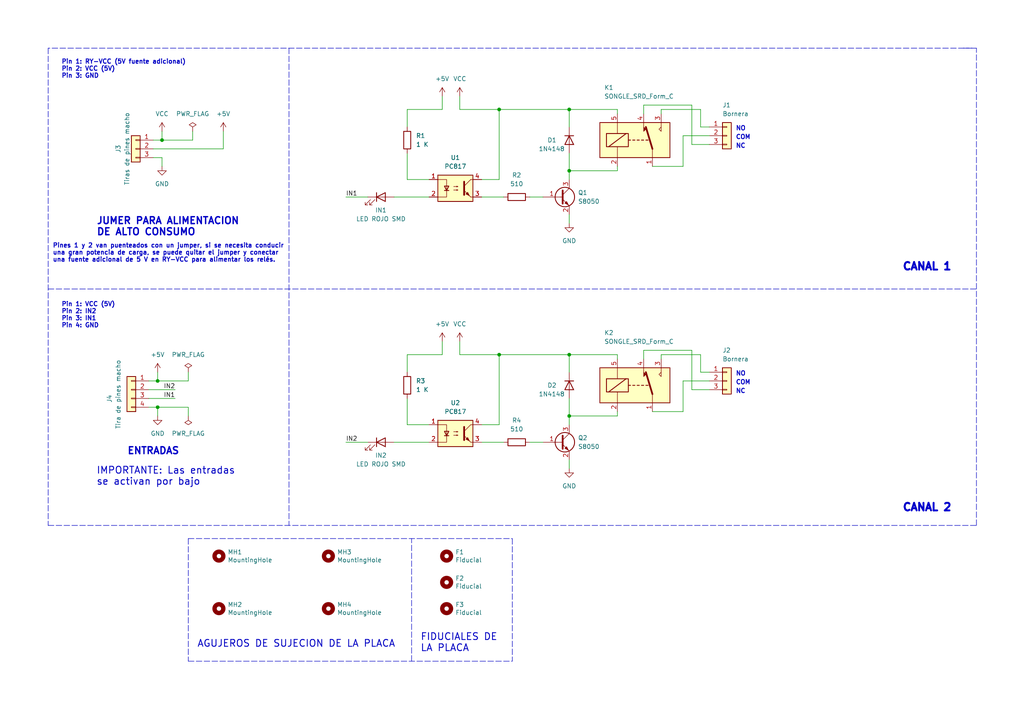
<source format=kicad_sch>
(kicad_sch (version 20211123) (generator eeschema)
  (paper "A4")
  (title_block (title "Replica de módulo de relay de 2 canales") (date "2022-07-26") (company "Diseño de Circuitos Impresos - Ing. Héctor RIZO") (comment 1 "Licencia: CERN OHL V1.0"))
  (lib_symbols
    (symbol "Connector_Generic:Conn_01x03" (pin_names (offset 1.016) hide)
      (property "Reference" "J" (at 0 5.08 0))
      (property "Value" "Conn_01x03" (at 0 -5.08 0))
      (symbol "Conn_01x03_1_1"
        (rectangle (start -1.27 -2.413) (end 0 -2.667) (stroke (width 0.1524)))
        (rectangle (start -1.27 0.127) (end 0 -0.127) (stroke (width 0.1524)))
        (rectangle (start -1.27 2.667) (end 0 2.413) (stroke (width 0.1524)))
        (rectangle (start -1.27 3.81) (end 1.27 -3.81) (stroke (width 0.254)) (fill (type background)))
        (pin passive line (at -5.08 2.54 0) (length 3.81) (name "Pin_1") (number "1"))
        (pin passive line (at -5.08 0 0) (length 3.81) (name "Pin_2") (number "2"))
        (pin passive line (at -5.08 -2.54 0) (length 3.81) (name "Pin_3") (number "3"))
      )
    )
    (symbol "Connector_Generic:Conn_01x04" (pin_names (offset 1.016) hide)
      (property "Reference" "J" (at 0 5.08 0))
      (property "Value" "Conn_01x04" (at 0 -7.62 0))
      (symbol "Conn_01x04_1_1"
        (rectangle (start -1.27 -4.953) (end 0 -5.207) (stroke (width 0.1524)))
        (rectangle (start -1.27 -2.413) (end 0 -2.667) (stroke (width 0.1524)))
        (rectangle (start -1.27 0.127) (end 0 -0.127) (stroke (width 0.1524)))
        (rectangle (start -1.27 2.667) (end 0 2.413) (stroke (width 0.1524)))
        (rectangle (start -1.27 3.81) (end 1.27 -6.35) (stroke (width 0.254)) (fill (type background)))
        (pin passive line (at -5.08 2.54 0) (length 3.81) (name "Pin_1") (number "1"))
        (pin passive line (at -5.08 0 0) (length 3.81) (name "Pin_2") (number "2"))
        (pin passive line (at -5.08 -2.54 0) (length 3.81) (name "Pin_3") (number "3"))
        (pin passive line (at -5.08 -5.08 0) (length 3.81) (name "Pin_4") (number "4"))
      )
    )
    (symbol "Device:D" (pin_numbers hide) (pin_names (offset 1.016) hide)
      (property "Reference" "D" (at 0 2.54 0))
      (property "Value" "D" (at 0 -2.54 0))
      (symbol "D_0_1"
        (polyline (pts (xy -1.27 1.27) (xy -1.27 -1.27)) (stroke (width 0.254)))
        (polyline (pts (xy 1.27 0) (xy -1.27 0)))
        (polyline (pts (xy 1.27 1.27) (xy 1.27 -1.27) (xy -1.27 0) (xy 1.27 1.27)) (stroke (width 0.254)))
      )
      (symbol "D_1_1"
        (pin passive line (at -3.81 0 0) (length 2.54) (name "K") (number "1"))
        (pin passive line (at 3.81 0 180) (length 2.54) (name "A") (number "2"))
      )
    )
    (symbol "Device:LED" (pin_numbers hide) (pin_names (offset 1.016) hide)
      (property "Reference" "D" (at 0 2.54 0))
      (property "Value" "LED" (at 0 -2.54 0))
      (symbol "LED_0_1"
        (polyline (pts (xy -1.27 -1.27) (xy -1.27 1.27)) (stroke (width 0.254)))
        (polyline (pts (xy -1.27 0) (xy 1.27 0)))
        (polyline (pts (xy 1.27 -1.27) (xy 1.27 1.27) (xy -1.27 0) (xy 1.27 -1.27)) (stroke (width 0.254)))
        (polyline (pts (xy -3.048 -0.762) (xy -4.572 -2.286) (xy -3.81 -2.286) (xy -4.572 -2.286) (xy -4.572 -1.524)))
        (polyline (pts (xy -1.778 -0.762) (xy -3.302 -2.286) (xy -2.54 -2.286) (xy -3.302 -2.286) (xy -3.302 -1.524)))
      )
      (symbol "LED_1_1"
        (pin passive line (at -3.81 0 0) (length 2.54) (name "K") (number "1"))
        (pin passive line (at 3.81 0 180) (length 2.54) (name "A") (number "2"))
      )
    )
    (symbol "Device:R" (pin_numbers hide) (pin_names (offset 0))
      (property "Reference" "R" (at 2.032 0 90))
      (property "Value" "R" (at 0 0 90))
      (symbol "R_0_1"
        (rectangle (start -1.016 -2.54) (end 1.016 2.54) (stroke (width 0.254)))
      )
      (symbol "R_1_1"
        (pin passive line (at 0 3.81 270) (length 1.27) (name "~") (number "1"))
        (pin passive line (at 0 -3.81 90) (length 1.27) (name "~") (number "2"))
      )
    )
    (symbol "Isolator:PC817" (pin_names (offset 1.016))
      (property "Reference" "U" (at -5.08 5.08 0))
      (property "Value" "PC817" (at 0 5.08 0))
      (symbol "PC817_0_1"
        (rectangle (start -5.08 3.81) (end 5.08 -3.81) (stroke (width 0.254)) (fill (type background)))
        (polyline (pts (xy -3.175 -0.635) (xy -1.905 -0.635)) (stroke (width 0.254)))
        (polyline (pts (xy 2.54 0.635) (xy 4.445 2.54)))
        (polyline (pts (xy 4.445 -2.54) (xy 2.54 -0.635)) (fill (type outline)))
        (polyline (pts (xy 4.445 -2.54) (xy 5.08 -2.54)))
        (polyline (pts (xy 4.445 2.54) (xy 5.08 2.54)))
        (polyline (pts (xy -5.08 2.54) (xy -2.54 2.54) (xy -2.54 -0.635)))
        (polyline (pts (xy -2.54 -0.635) (xy -2.54 -2.54) (xy -5.08 -2.54)))
        (polyline (pts (xy 2.54 1.905) (xy 2.54 -1.905) (xy 2.54 -1.905)) (stroke (width 0.508)))
        (polyline (pts (xy -2.54 -0.635) (xy -3.175 0.635) (xy -1.905 0.635) (xy -2.54 -0.635)) (stroke (width 0.254)))
        (polyline (pts (xy -0.508 -0.508) (xy 0.762 -0.508) (xy 0.381 -0.635) (xy 0.381 -0.381) (xy 0.762 -0.508)))
        (polyline (pts (xy -0.508 0.508) (xy 0.762 0.508) (xy 0.381 0.381) (xy 0.381 0.635) (xy 0.762 0.508)))
        (polyline (pts (xy 3.048 -1.651) (xy 3.556 -1.143) (xy 4.064 -2.159) (xy 3.048 -1.651) (xy 3.048 -1.651)) (fill (type outline)))
      )
      (symbol "PC817_1_1"
        (pin passive line (at -7.62 2.54 0) (length 2.54) (name "~") (number "1"))
        (pin passive line (at -7.62 -2.54 0) (length 2.54) (name "~") (number "2"))
        (pin passive line (at 7.62 -2.54 180) (length 2.54) (name "~") (number "3"))
        (pin passive line (at 7.62 2.54 180) (length 2.54) (name "~") (number "4"))
      )
    )
    (symbol "Mechanical:MountingHole" (pin_names (offset 1.016))
      (property "Reference" "H" (at 0 5.08 0))
      (property "Value" "MountingHole" (at 0 3.175 0))
      (symbol "MountingHole_0_1"
        (circle (center 0 0) (radius 1.27) (stroke (width 1.27)))
      )
    )
    (symbol "Relay:SANYOU_SRD_Form_C"
      (property "Reference" "K" (at 11.43 3.81 0))
      (property "Value" "SANYOU_SRD_Form_C" (at 11.43 1.27 0))
      (symbol "SANYOU_SRD_Form_C_0_0"
        (polyline (pts (xy 7.62 5.08) (xy 7.62 2.54) (xy 6.985 3.175) (xy 7.62 3.81)))
      )
      (symbol "SANYOU_SRD_Form_C_0_1"
        (rectangle (start -10.16 5.08) (end 10.16 -5.08) (stroke (width 0.254)) (fill (type background)))
        (rectangle (start -8.255 1.905) (end -1.905 -1.905) (stroke (width 0.254)))
        (polyline (pts (xy -7.62 -1.905) (xy -2.54 1.905)) (stroke (width 0.254)))
        (polyline (pts (xy -5.08 -5.08) (xy -5.08 -1.905)))
        (polyline (pts (xy -5.08 5.08) (xy -5.08 1.905)))
        (polyline (pts (xy -1.905 0) (xy -1.27 0)) (stroke (width 0.254)))
        (polyline (pts (xy -0.635 0) (xy 0 0)) (stroke (width 0.254)))
        (polyline (pts (xy 0.635 0) (xy 1.27 0)) (stroke (width 0.254)))
        (polyline (pts (xy 1.905 0) (xy 2.54 0)) (stroke (width 0.254)))
        (polyline (pts (xy 3.175 0) (xy 3.81 0)) (stroke (width 0.254)))
        (polyline (pts (xy 5.08 -2.54) (xy 3.175 3.81)) (stroke (width 0.508)))
        (polyline (pts (xy 5.08 -2.54) (xy 5.08 -5.08)))
      )
      (symbol "SANYOU_SRD_Form_C_1_1"
        (polyline (pts (xy 2.54 3.81) (xy 3.175 3.175) (xy 2.54 2.54) (xy 2.54 5.08)) (fill (type outline)))
        (pin passive line (at 5.08 -7.62 90) (length 2.54) (name "~") (number "1"))
        (pin passive line (at -5.08 -7.62 90) (length 2.54) (name "~") (number "2"))
        (pin passive line (at 7.62 7.62 270) (length 2.54) (name "~") (number "3"))
        (pin passive line (at 2.54 7.62 270) (length 2.54) (name "~") (number "4"))
        (pin passive line (at -5.08 7.62 270) (length 2.54) (name "~") (number "5"))
      )
    )
    (symbol "S8050:S8050" (pin_names (offset 0) hide)
      (property "Reference" "Q" (at 5.08 1.905 0))
      (property "Value" "S8050" (at 5.08 0 0))
      (symbol "S8050_0_1"
        (polyline (pts (xy 0 0) (xy 0.635 0)))
        (polyline (pts (xy 0.635 0.635) (xy 2.54 2.54)))
        (polyline (pts (xy 0.635 -0.635) (xy 2.54 -2.54) (xy 2.54 -2.54)))
        (polyline (pts (xy 0.635 1.905) (xy 0.635 -1.905) (xy 0.635 -1.905)) (stroke (width 0.508)))
        (polyline (pts (xy 1.27 -1.778) (xy 1.778 -1.27) (xy 2.286 -2.286) (xy 1.27 -1.778) (xy 1.27 -1.778)) (fill (type outline)))
        (circle (center 1.27 0) (radius 2.8194) (stroke (width 0.254)))
      )
      (symbol "S8050_1_1"
        (pin input line (at -5.08 0 0) (length 5.08) (name "B") (number "1"))
        (pin passive line (at 2.54 -5.08 90) (length 2.54) (name "E") (number "2"))
        (pin passive line (at 2.54 5.08 270) (length 2.54) (name "C") (number "3"))
      )
    )
    (symbol "power:+5V" (power) (pin_names (offset 0))
      (property "Value" "+5V" (at 0 3.556 0))
      (symbol "+5V_0_1"
        (polyline (pts (xy -0.762 1.27) (xy 0 2.54)))
        (polyline (pts (xy 0 0) (xy 0 2.54)))
        (polyline (pts (xy 0 2.54) (xy 0.762 1.27)))
      )
      (symbol "+5V_1_1"
        (pin power_in line (at 0 0 90) (length 0) hide (name "+5V") (number "1"))
      )
    )
    (symbol "power:GND" (power) (pin_names (offset 0))
      (property "Value" "GND" (at 0 -3.81 0))
      (symbol "GND_0_1"
        (polyline (pts (xy 0 0) (xy 0 -1.27) (xy 1.27 -1.27) (xy 0 -2.54) (xy -1.27 -1.27) (xy 0 -1.27)))
      )
      (symbol "GND_1_1"
        (pin power_in line (at 0 0 270) (length 0) hide (name "GND") (number "1"))
      )
    )
    (symbol "power:PWR_FLAG" (power) (pin_numbers hide) (pin_names (offset 0) hide)
      (property "Value" "PWR_FLAG" (at 0 3.81 0))
      (symbol "PWR_FLAG_0_0"
        (pin power_out line (at 0 0 90) (length 0) (name "pwr") (number "1"))
      )
      (symbol "PWR_FLAG_0_1"
        (polyline (pts (xy 0 0) (xy 0 1.27) (xy -1.016 1.905) (xy 0 2.54) (xy 1.016 1.905) (xy 0 1.27)))
      )
    )
    (symbol "power:VCC" (power) (pin_names (offset 0))
      (property "Value" "VCC" (at 0 3.81 0))
      (symbol "VCC_0_1"
        (polyline (pts (xy -0.762 1.27) (xy 0 2.54)))
        (polyline (pts (xy 0 0) (xy 0 2.54)))
        (polyline (pts (xy 0 2.54) (xy 0.762 1.27)))
      )
      (symbol "VCC_1_1"
        (pin power_in line (at 0 0 90) (length 0) hide (name "VCC") (number "1"))
      )
    )
  )
  (junction (at 165.1 31.75))
  (junction (at 165.1 102.87))
  (junction (at 165.1 49.53))
  (junction (at 45.72 118.11))
  (junction (at 165.1 120.65))
  (junction (at 144.78 102.87))
  (junction (at 45.72 110.49))
  (junction (at 46.99 40.64))
  (junction (at 144.78 31.75))
  (wire (pts (xy 186.69 33.02) (xy 186.69 30.48)))
  (wire (pts (xy 139.7 128.27) (xy 146.05 128.27)))
  (wire (pts (xy 46.99 38.1) (xy 46.99 40.64)))
  (wire (pts (xy 153.67 57.15) (xy 157.48 57.15)))
  (wire (pts (xy 54.61 118.11) (xy 45.72 118.11)))
  (wire (pts (xy 165.1 115.57) (xy 165.1 120.65)))
  (wire (pts (xy 165.1 44.45) (xy 165.1 49.53)))
  (wire (pts (xy 43.18 115.57) (xy 50.8 115.57)))
  (polyline (pts (xy 279.4 13.97) (xy 283.21 13.97)))
  (wire (pts (xy 200.66 30.48) (xy 200.66 41.91)))
  (wire (pts (xy 179.07 119.38) (xy 179.07 120.65)))
  (wire (pts (xy 114.3 128.27) (xy 124.46 128.27)))
  (wire (pts (xy 198.12 110.49) (xy 205.74 110.49)))
  (wire (pts (xy 179.07 31.75) (xy 165.1 31.75)))
  (polyline (pts (xy 13.97 83.82) (xy 283.21 83.82)))
  (wire (pts (xy 165.1 62.23) (xy 165.1 64.77)))
  (wire (pts (xy 118.11 31.75) (xy 128.27 31.75)))
  (wire (pts (xy 118.11 107.95) (xy 118.11 102.87)))
  (wire (pts (xy 191.77 31.75) (xy 191.77 33.02)))
  (wire (pts (xy 144.78 31.75) (xy 133.35 31.75)))
  (wire (pts (xy 200.66 41.91) (xy 205.74 41.91)))
  (wire (pts (xy 198.12 39.37) (xy 205.74 39.37)))
  (wire (pts (xy 139.7 57.15) (xy 146.05 57.15)))
  (wire (pts (xy 200.66 101.6) (xy 200.66 113.03)))
  (wire (pts (xy 165.1 49.53) (xy 165.1 52.07)))
  (wire (pts (xy 100.33 128.27) (xy 106.68 128.27)))
  (wire (pts (xy 45.72 107.95) (xy 45.72 110.49)))
  (wire (pts (xy 144.78 102.87) (xy 133.35 102.87)))
  (wire (pts (xy 179.07 120.65) (xy 165.1 120.65)))
  (polyline (pts (xy 281.94 13.97) (xy 13.97 13.97)))
  (wire (pts (xy 118.11 102.87) (xy 128.27 102.87)))
  (wire (pts (xy 179.07 48.26) (xy 179.07 49.53)))
  (wire (pts (xy 203.2 36.83) (xy 205.74 36.83)))
  (wire (pts (xy 139.7 52.07) (xy 144.78 52.07)))
  (wire (pts (xy 203.2 107.95) (xy 203.2 102.87)))
  (wire (pts (xy 189.23 48.26) (xy 198.12 48.26)))
  (wire (pts (xy 179.07 102.87) (xy 165.1 102.87)))
  (wire (pts (xy 64.77 38.1) (xy 64.77 43.18)))
  (wire (pts (xy 186.69 101.6) (xy 200.66 101.6)))
  (wire (pts (xy 43.18 110.49) (xy 45.72 110.49)))
  (wire (pts (xy 43.18 118.11) (xy 45.72 118.11)))
  (wire (pts (xy 124.46 123.19) (xy 118.11 123.19)))
  (wire (pts (xy 128.27 27.94) (xy 128.27 31.75)))
  (polyline (pts (xy 54.61 156.21) (xy 148.59 156.21)))
  (wire (pts (xy 179.07 104.14) (xy 179.07 102.87)))
  (wire (pts (xy 186.69 30.48) (xy 200.66 30.48)))
  (polyline (pts (xy 119.38 191.77) (xy 119.38 156.21)))
  (wire (pts (xy 144.78 52.07) (xy 144.78 31.75)))
  (wire (pts (xy 118.11 123.19) (xy 118.11 115.57)))
  (wire (pts (xy 55.88 38.1) (xy 55.88 40.64)))
  (wire (pts (xy 139.7 123.19) (xy 144.78 123.19)))
  (wire (pts (xy 203.2 107.95) (xy 205.74 107.95)))
  (wire (pts (xy 165.1 120.65) (xy 165.1 123.19)))
  (wire (pts (xy 189.23 119.38) (xy 198.12 119.38)))
  (wire (pts (xy 100.33 57.15) (xy 106.68 57.15)))
  (wire (pts (xy 165.1 36.83) (xy 165.1 31.75)))
  (wire (pts (xy 46.99 45.72) (xy 46.99 48.26)))
  (wire (pts (xy 153.67 128.27) (xy 157.48 128.27)))
  (wire (pts (xy 133.35 27.94) (xy 133.35 31.75)))
  (polyline (pts (xy 54.61 191.77) (xy 148.59 191.77)))
  (wire (pts (xy 198.12 48.26) (xy 198.12 39.37)))
  (wire (pts (xy 43.18 113.03) (xy 50.8 113.03)))
  (wire (pts (xy 191.77 102.87) (xy 203.2 102.87)))
  (polyline (pts (xy 83.82 13.97) (xy 83.82 152.4)))
  (wire (pts (xy 124.46 52.07) (xy 118.11 52.07)))
  (polyline (pts (xy 148.59 156.21) (xy 148.59 191.77)))
  (wire (pts (xy 55.88 40.64) (xy 46.99 40.64)))
  (wire (pts (xy 179.07 49.53) (xy 165.1 49.53)))
  (wire (pts (xy 54.61 110.49) (xy 45.72 110.49)))
  (wire (pts (xy 165.1 107.95) (xy 165.1 102.87)))
  (polyline (pts (xy 54.61 156.21) (xy 54.61 191.77)))
  (wire (pts (xy 128.27 99.06) (xy 128.27 102.87)))
  (wire (pts (xy 191.77 102.87) (xy 191.77 104.14)))
  (wire (pts (xy 133.35 99.06) (xy 133.35 102.87)))
  (polyline (pts (xy 13.97 13.97) (xy 13.97 152.4)))
  (wire (pts (xy 118.11 36.83) (xy 118.11 31.75)))
  (wire (pts (xy 198.12 119.38) (xy 198.12 110.49)))
  (wire (pts (xy 144.78 123.19) (xy 144.78 102.87)))
  (wire (pts (xy 54.61 120.65) (xy 54.61 118.11)))
  (wire (pts (xy 203.2 31.75) (xy 203.2 36.83)))
  (wire (pts (xy 191.77 31.75) (xy 203.2 31.75)))
  (wire (pts (xy 186.69 104.14) (xy 186.69 101.6)))
  (wire (pts (xy 118.11 52.07) (xy 118.11 44.45)))
  (wire (pts (xy 179.07 33.02) (xy 179.07 31.75)))
  (wire (pts (xy 114.3 57.15) (xy 124.46 57.15)))
  (wire (pts (xy 44.45 45.72) (xy 46.99 45.72)))
  (wire (pts (xy 165.1 133.35) (xy 165.1 135.89)))
  (wire (pts (xy 165.1 102.87) (xy 144.78 102.87)))
  (wire (pts (xy 44.45 43.18) (xy 64.77 43.18)))
  (wire (pts (xy 45.72 118.11) (xy 45.72 120.65)))
  (wire (pts (xy 54.61 107.95) (xy 54.61 110.49)))
  (wire (pts (xy 46.99 40.64) (xy 44.45 40.64)))
  (polyline (pts (xy 13.97 152.4) (xy 283.21 152.4)))
  (polyline (pts (xy 283.21 152.4) (xy 283.21 13.97)))
  (wire (pts (xy 200.66 113.03) (xy 205.74 113.03)))
  (wire (pts (xy 165.1 31.75) (xy 144.78 31.75)))
  (text "CANAL 1" (at 261.62 78.74 0) (effects (font (size 2.2 2.2) (thickness 0.6) bold) (justify left bottom)))
  (text "COM" (at 213.36 40.64 0) (effects (font (size 1.27 1.27) bold) (justify left bottom)))
  (text "NC" (at 213.36 43.18 0) (effects (font (size 1.27 1.27) bold) (justify left bottom)))
  (text "Pines 1 y 2 van puenteados con un jumper, si se necesita conducir\nuna gran potencia de carga, se puede quitar el jumper y conectar\nuna fuente adicional de 5 V en RY-VCC para alimentar los relés." (at 15.24 76.2 0) (effects (font (size 1.27 1.27) (thickness 0.254) bold) (justify left bottom)))
  (text "NC" (at 213.36 114.3 0) (effects (font (size 1.27 1.27) bold) (justify left bottom)))
  (text "JUMER PARA ALIMENTACION\nDE ALTO CONSUMO" (at 27.94 68.58 0) (effects (font (size 2 2) bold) (justify left bottom)))
  (text "ENTRADAS" (at 36.83 132.08 0) (effects (font (size 2 2) bold) (justify left bottom)))
  (text "FIDUCIALES DE \nLA PLACA\n" (at 121.92 189.23 0) (effects (font (size 2 2) (thickness 0.254) bold) (justify left bottom)))
  (text "IMPORTANTE: Las entradas\nse activan por bajo" (at 27.94 140.97 0) (effects (font (size 2 2) (thickness 0.254) bold) (justify left bottom)))
  (text "Pin 1: VCC (5V)\nPin 2: IN2\nPin 3: IN1\nPin 4: GND" (at 17.78 95.25 0) (effects (font (size 1.27 1.27) (thickness 0.254) bold) (justify left bottom)))
  (text "NO" (at 213.36 38.1 0) (effects (font (size 1.27 1.27) bold) (justify left bottom)))
  (text "CANAL 2" (at 261.62 148.59 0) (effects (font (size 2.2 2.2) (thickness 0.6) bold) (justify left bottom)))
  (text "COM" (at 213.36 111.76 0) (effects (font (size 1.27 1.27) bold) (justify left bottom)))
  (text "AGUJEROS DE SUJECION DE LA PLACA\n" (at 57.15 187.96 0) (effects (font (size 2 2) (thickness 0.254) bold) (justify left bottom)))
  (text "NO" (at 213.36 109.22 0) (effects (font (size 1.27 1.27) bold) (justify left bottom)))
  (text "Pin 1: RY-VCC (5V fuente adicional)\nPin 2: VCC (5V)\nPin 3: GND" (at 17.78 22.86 0) (effects (font (size 1.27 1.27) (thickness 0.254) bold) (justify left bottom)))
  (label "IN2" (at 100.33 128.27 0))
  (label "IN2" (at 50.8 113.03 180))
  (label "IN1" (at 50.8 115.57 180))
  (label "IN1" (at 100.33 57.15 0))
  (symbol (lib_id "Device:R") (at 149.86 57.15 90) (unit 1)
    (property "Reference" "R2" (at 149.86 50.8 90))
    (property "Value" "510" (at 149.86 53.34 90))
    (property "Footprint" "Resistor_SMD:R_1206_3216Metric" (effects hide))
    (property "Catalogo" "https://mvelectronica.com/producto/510-ohms-resistencia-smd-1206-de-250mw" (effects hide))
  )
  (symbol (lib_id "power:PWR_FLAG") (at 54.61 107.95 0) (unit 1)
    (property "Reference" "#FLG0102" (effects hide))
    (property "Value" "PWR_FLAG" (at 54.61 102.87 0))
  )
  (symbol (lib_id "Device:D") (at 165.1 111.76 270) (unit 1)
    (property "Reference" "D2" (at 158.75 111.76 90) (effects (justify left)))
    (property "Value" "1N4148" (at 156.21 114.3 90) (effects (justify left)))
    (property "Footprint" "LED_SMD:LED_1206_3216Metric" (effects hide))
    (property "Catalogo" "https://www.microelectronicash.com/~microelect/detalle.php?articulo=1N4148SMD&titulo=1n4148smd" (effects hide))
  )
  (symbol (lib_id "Device:LED") (at 110.49 128.27 0) (unit 1)
    (property "Reference" "IN2" (at 110.49 132.08 0))
    (property "Value" "LED ROJO SMD" (at 110.49 134.62 0))
    (property "Footprint" "LED_SMD:LED_1206_3216Metric" (effects hide))
    (property "Catalogo" "http://www.microelectronicash.com/l-1206r--det--L-1206R" (effects hide))
  )
  (symbol (lib_id "power:GND") (at 165.1 135.89 0) (unit 1)
    (property "Reference" "#PWR03" (effects hide))
    (property "Value" "GND" (at 165.1 140.97 0))
  )
  (symbol (lib_id "power:PWR_FLAG") (at 54.61 120.65 180) (unit 1)
    (property "Reference" "#FLG0101" (effects hide))
    (property "Value" "PWR_FLAG" (at 54.61 125.73 0))
  )
  (symbol (lib_id "Mechanical:MountingHole") (at 95.25 161.29 0) (unit 1)
    (property "Reference" "MH3" (at 97.79 160.1216 0) (effects (justify left)))
    (property "Value" "MountingHole" (at 97.79 162.433 0) (effects (justify left)))
    (property "Footprint" "MountingHole:MountingHole_3.2mm_M3_ISO14580" (effects hide))
  )
  (symbol (lib_id "Connector_Generic:Conn_01x03") (at 39.37 43.18 0) (mirror y) (unit 1)
    (property "Reference" "J3" (at 34.29 43.18 90))
    (property "Value" "Tiras de pines macho" (at 36.83 43.18 90))
    (property "Footprint" "Connector_PinHeader_2.54mm:PinHeader_1x03_P2.54mm_Vertical" (effects hide))
    (property "Catalogo" "http://www.microelectronicash.com/tp1x20-2-00--det--TP1X20-2.00" (effects hide))
  )
  (symbol (lib_id "Device:LED") (at 110.49 57.15 0) (unit 1)
    (property "Reference" "IN1" (at 110.49 60.96 0))
    (property "Value" "LED ROJO SMD" (at 110.49 63.5 0))
    (property "Footprint" "LED_SMD:LED_1206_3216Metric" (effects hide))
    (property "Catalogo" "http://www.microelectronicash.com/l-1206r--det--L-1206R" (effects hide))
  )
  (symbol (lib_id "Mechanical:MountingHole") (at 129.54 176.53 0) (unit 1)
    (property "Reference" "F3" (at 132.08 175.3616 0) (effects (justify left)))
    (property "Value" "Fiducial" (at 132.08 177.673 0) (effects (justify left)))
    (property "Footprint" "Fiducial:Fiducial_0.5mm_Mask1.5mm" (effects hide))
  )
  (symbol (lib_id "Device:R") (at 149.86 128.27 90) (unit 1)
    (property "Reference" "R4" (at 149.86 121.92 90))
    (property "Value" "510" (at 149.86 124.46 90))
    (property "Footprint" "Resistor_SMD:R_1206_3216Metric" (effects hide))
    (property "Catalogo" "https://mvelectronica.com/producto/510-ohms-resistencia-smd-1206-de-250mw" (effects hide))
  )
  (symbol (lib_id "power:GND") (at 165.1 64.77 0) (unit 1)
    (property "Reference" "#PWR0101" (effects hide))
    (property "Value" "GND" (at 165.1 69.85 0))
  )
  (symbol (lib_id "Connector_Generic:Conn_01x03") (at 210.82 110.49 0) (unit 1)
    (property "Reference" "J2" (at 209.55 101.6 0) (effects (justify left)))
    (property "Value" "Bornera" (at 209.55 104.14 0) (effects (justify left)))
    (property "Footprint" "TerminalBlock:TerminalBlock_bornier-3_P5.08mm" (effects hide))
    (property "Catalogo" "https://electronica-jm.com/product/bornera-verde-3-pines/" (effects hide))
  )
  (symbol (lib_id "power:+5V") (at 64.77 38.1 0) (unit 1)
    (property "Reference" "#PWR0108" (effects hide))
    (property "Value" "+5V" (at 64.77 33.02 0))
  )
  (symbol (lib_id "Device:R") (at 118.11 111.76 0) (unit 1)
    (property "Reference" "R3" (at 120.65 110.4899 0) (effects (justify left)))
    (property "Value" "1 K" (at 120.65 113.0299 0) (effects (justify left)))
    (property "Footprint" "Resistor_SMD:R_1206_3216Metric" (effects hide))
    (property "Catalogo" "http://www.microelectronicash.com/r1206-1k--det--R1206-1K" (effects hide))
  )
  (symbol (lib_id "Isolator:PC817") (at 132.08 54.61 0) (unit 1)
    (property "Reference" "U1" (at 132.08 45.72 0))
    (property "Value" "PC817" (at 132.08 48.26 0))
    (property "Footprint" "Package_DIP:DIP-4_W7.62mm" (effects hide))
    (property "Datasheet" "http://www.soselectronic.cz/a_info/resource/d/pc817.pdf" (effects hide))
    (property "Catalogo" "https://www.digikey.com/es/products/detail/sharp-socle-technology/PC817X3NSZ1B/6188210" (effects hide))
  )
  (symbol (lib_id "power:+5V") (at 45.72 107.95 0) (unit 1)
    (property "Reference" "#PWR0102" (effects hide))
    (property "Value" "+5V" (at 45.72 102.87 0))
  )
  (symbol (lib_id "power:+5V") (at 128.27 27.94 0) (unit 1)
    (property "Reference" "#PWR0104" (effects hide))
    (property "Value" "+5V" (at 128.27 22.86 0))
  )
  (symbol (lib_id "Connector_Generic:Conn_01x04") (at 38.1 113.03 0) (mirror y) (unit 1)
    (property "Reference" "J4" (at 31.75 116.84 90) (effects (justify left)))
    (property "Value" "Tira de pines macho" (at 34.29 124.4599 90) (effects (justify left)))
    (property "Footprint" "Connector_PinHeader_2.54mm:PinHeader_1x04_P2.54mm_Vertical" (effects hide))
    (property "Catalogo" "http://www.microelectronicash.com/tp1x20-2-00--det--TP1X20-2.00" (effects hide))
  )
  (symbol (lib_id "power:VCC") (at 133.35 99.06 0) (unit 1)
    (property "Reference" "#PWR02" (effects hide))
    (property "Value" "VCC" (at 133.35 93.98 0))
  )
  (symbol (lib_id "Device:D") (at 165.1 40.64 270) (unit 1)
    (property "Reference" "D1" (at 158.75 40.64 90) (effects (justify left)))
    (property "Value" "1N4148" (at 156.21 43.18 90) (effects (justify left)))
    (property "Footprint" "LED_SMD:LED_1206_3216Metric" (effects hide))
    (property "Catalogo" "https://www.microelectronicash.com/~microelect/detalle.php?articulo=1N4148SMD&titulo=1n4148smd" (effects hide))
  )
  (symbol (lib_id "Mechanical:MountingHole") (at 129.54 161.29 0) (unit 1)
    (property "Reference" "F1" (at 132.08 160.1216 0) (effects (justify left)))
    (property "Value" "Fiducial" (at 132.08 162.433 0) (effects (justify left)))
    (property "Footprint" "Fiducial:Fiducial_0.5mm_Mask1.5mm" (effects hide))
  )
  (symbol (lib_id "Isolator:PC817") (at 132.08 125.73 0) (unit 1)
    (property "Reference" "U2" (at 132.08 116.84 0))
    (property "Value" "PC817" (at 132.08 119.38 0))
    (property "Footprint" "Package_DIP:DIP-4_W7.62mm" (effects hide))
    (property "Datasheet" "http://www.soselectronic.cz/a_info/resource/d/pc817.pdf" (effects hide))
    (property "Catalogo" "https://www.digikey.com/es/products/detail/sharp-socle-technology/PC817X3NSZ1B/6188210" (effects hide))
  )
  (symbol (lib_id "Connector_Generic:Conn_01x03") (at 210.82 39.37 0) (unit 1)
    (property "Reference" "J1" (at 209.55 30.48 0) (effects (justify left)))
    (property "Value" "Bornera" (at 209.55 33.02 0) (effects (justify left)))
    (property "Footprint" "TerminalBlock:TerminalBlock_bornier-3_P5.08mm" (effects hide))
    (property "Catalogo" "https://electronica-jm.com/product/bornera-verde-3-pines/" (effects hide))
  )
  (symbol (lib_id "Device:R") (at 118.11 40.64 0) (unit 1)
    (property "Reference" "R1" (at 120.65 39.3699 0) (effects (justify left)))
    (property "Value" "1 K" (at 120.65 41.9099 0) (effects (justify left)))
    (property "Footprint" "Resistor_SMD:R_1206_3216Metric" (effects hide))
    (property "Catalogo" "http://www.microelectronicash.com/r1206-1k--det--R1206-1K" (effects hide))
  )
  (symbol (lib_id "S8050:S8050") (at 162.56 128.27 0) (unit 1)
    (property "Reference" "Q2" (at 167.64 126.9999 0) (effects (justify left)))
    (property "Value" "S8050" (at 167.64 129.5399 0) (effects (justify left)))
    (property "Footprint" "Package_TO_SOT_SMD:SOT-23" (effects hide))
    (property "Datasheet" "http://www.unisonic.com.tw/datasheet/S8050.pdf" (effects hide))
    (property "Catalogo" "https://www.digikey.com/en/products/detail/micro-commercial-co/MMSS8050-L-TP/2827197" (effects hide))
  )
  (symbol (lib_id "power:+5V") (at 128.27 99.06 0) (unit 1)
    (property "Reference" "#PWR01" (effects hide))
    (property "Value" "+5V" (at 128.27 93.98 0))
  )
  (symbol (lib_id "Relay:SANYOU_SRD_Form_C") (at 184.15 40.64 0) (unit 1)
    (property "Reference" "K1" (at 175.26 25.3999 0) (effects (justify left)))
    (property "Value" "SONGLE_SRD_Form_C" (at 175.26 27.94 0) (effects (justify left)))
    (property "Footprint" "RELAY_SONGLE_THT:Relay_SPDT_SONGLE_SRD_Series_Form_C" (effects hide))
    (property "Datasheet" "https://www.circuitbasics.com/wp-content/uploads/2015/11/SRD-05VDC-SL-C-Datasheet.pdf" (effects hide))
    (property "Catalogo" "https://candy-ho.com/producto/modulo-rele-5v-simple-inversor-contactos-de-10a-220v-arduino-2/" (effects hide))
  )
  (symbol (lib_id "Mechanical:MountingHole") (at 95.25 176.53 0) (unit 1)
    (property "Reference" "MH4" (at 97.79 175.3616 0) (effects (justify left)))
    (property "Value" "MountingHole" (at 97.79 177.673 0) (effects (justify left)))
    (property "Footprint" "MountingHole:MountingHole_3.2mm_M3_ISO14580" (effects hide))
  )
  (symbol (lib_id "S8050:S8050") (at 162.56 57.15 0) (unit 1)
    (property "Reference" "Q1" (at 167.64 55.8799 0) (effects (justify left)))
    (property "Value" "S8050" (at 167.64 58.4199 0) (effects (justify left)))
    (property "Footprint" "Package_TO_SOT_SMD:SOT-23" (effects hide))
    (property "Datasheet" "http://www.unisonic.com.tw/datasheet/S8050.pdf" (effects hide))
    (property "Catalogo" "https://www.digikey.com/en/products/detail/micro-commercial-co/MMSS8050-L-TP/2827197" (effects hide))
  )
  (symbol (lib_id "power:PWR_FLAG") (at 55.88 38.1 0) (unit 1)
    (property "Reference" "#FLG0103" (effects hide))
    (property "Value" "PWR_FLAG" (at 55.88 33.02 0))
  )
  (symbol (lib_id "Mechanical:MountingHole") (at 63.5 176.53 0) (unit 1)
    (property "Reference" "MH2" (at 66.04 175.3616 0) (effects (justify left)))
    (property "Value" "MountingHole" (at 66.04 177.673 0) (effects (justify left)))
    (property "Footprint" "MountingHole:MountingHole_3.2mm_M3_ISO14580" (effects hide))
  )
  (symbol (lib_id "Mechanical:MountingHole") (at 63.5 161.29 0) (unit 1)
    (property "Reference" "MH1" (at 66.04 160.1216 0) (effects (justify left)))
    (property "Value" "MountingHole" (at 66.04 162.433 0) (effects (justify left)))
    (property "Footprint" "MountingHole:MountingHole_3.2mm_M3_ISO14580" (effects hide))
  )
  (symbol (lib_id "power:VCC") (at 46.99 38.1 0) (unit 1)
    (property "Reference" "#PWR0107" (effects hide))
    (property "Value" "VCC" (at 46.99 33.02 0))
  )
  (symbol (lib_id "power:VCC") (at 133.35 27.94 0) (unit 1)
    (property "Reference" "#PWR0105" (effects hide))
    (property "Value" "VCC" (at 133.35 22.86 0))
  )
  (symbol (lib_id "power:GND") (at 45.72 120.65 0) (unit 1)
    (property "Reference" "#PWR0106" (effects hide))
    (property "Value" "GND" (at 45.72 125.73 0))
  )
  (symbol (lib_id "Mechanical:MountingHole") (at 129.54 168.91 0) (unit 1)
    (property "Reference" "F2" (at 132.08 167.7416 0) (effects (justify left)))
    (property "Value" "Fiducial" (at 132.08 170.053 0) (effects (justify left)))
    (property "Footprint" "Fiducial:Fiducial_0.5mm_Mask1.5mm" (effects hide))
  )
  (symbol (lib_id "power:GND") (at 46.99 48.26 0) (unit 1)
    (property "Reference" "#PWR0103" (effects hide))
    (property "Value" "GND" (at 46.99 53.34 0))
  )
  (symbol (lib_id "Relay:SANYOU_SRD_Form_C") (at 184.15 111.76 0) (unit 1)
    (property "Reference" "K2" (at 175.26 96.5199 0) (effects (justify left)))
    (property "Value" "SONGLE_SRD_Form_C" (at 175.26 99.06 0) (effects (justify left)))
    (property "Footprint" "RELAY_SONGLE_THT:Relay_SPDT_SONGLE_SRD_Series_Form_C" (effects hide))
    (property "Datasheet" "http://www.circuitbasics.com/wp-content/uploads/2015/11/SRD-05VDC-SL-C-Datasheet.pdf" (effects hide))
    (property "Catalogo" "https://candy-ho.com/producto/modulo-rele-5v-simple-inversor-contactos-de-10a-220v-arduino-2/" (effects hide))
  )
)
</source>
